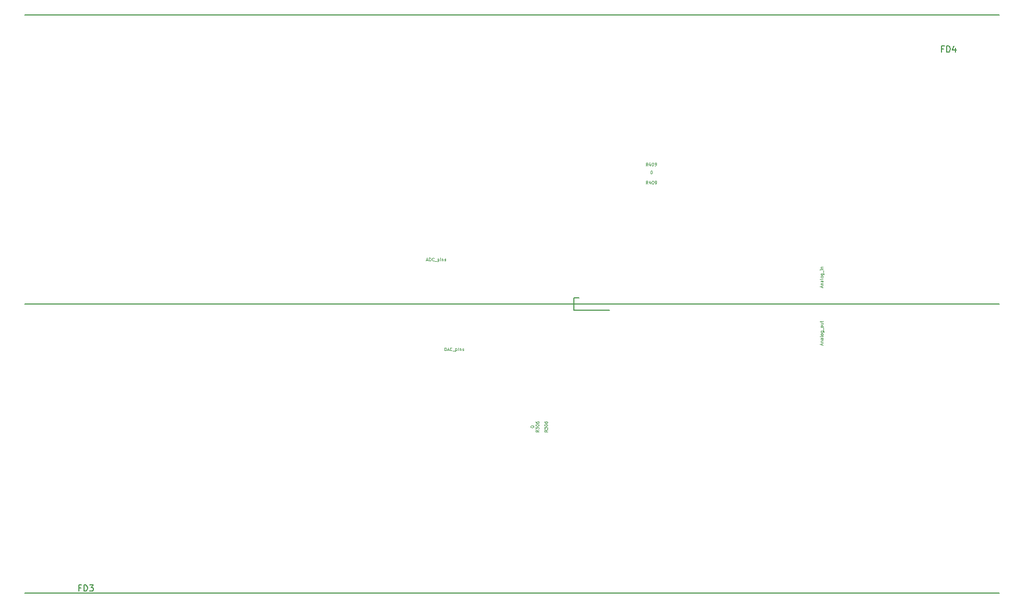
<source format=gbr>
G04 #@! TF.FileFunction,Drawing*
%FSLAX46Y46*%
G04 Gerber Fmt 4.6, Leading zero omitted, Abs format (unit mm)*
G04 Created by KiCad (PCBNEW no-vcs-found-product) date Mon Sep  4 09:08:35 2017*
%MOMM*%
%LPD*%
G01*
G04 APERTURE LIST*
%ADD10C,0.150000*%
%ADD11C,0.180000*%
%ADD12C,0.075000*%
G04 APERTURE END LIST*
D10*
D11*
X111510000Y-75680000D02*
X112290000Y-75680000D01*
X111510000Y-76680000D02*
X111510000Y-75680000D01*
X117340000Y-77680000D02*
X117340000Y-77690000D01*
X111510000Y-77680000D02*
X117340000Y-77680000D01*
X111510000Y-76680000D02*
X111510000Y-77680000D01*
X21336000Y-76682600D02*
X181330600Y-76682600D01*
D10*
X181336000Y-29170000D02*
X21336000Y-29170000D01*
X181336000Y-124170000D02*
X21336000Y-124170000D01*
D12*
X105716190Y-97379523D02*
X105478095Y-97546190D01*
X105716190Y-97665238D02*
X105216190Y-97665238D01*
X105216190Y-97474761D01*
X105240000Y-97427142D01*
X105263809Y-97403333D01*
X105311428Y-97379523D01*
X105382857Y-97379523D01*
X105430476Y-97403333D01*
X105454285Y-97427142D01*
X105478095Y-97474761D01*
X105478095Y-97665238D01*
X105216190Y-97212857D02*
X105216190Y-96903333D01*
X105406666Y-97070000D01*
X105406666Y-96998571D01*
X105430476Y-96950952D01*
X105454285Y-96927142D01*
X105501904Y-96903333D01*
X105620952Y-96903333D01*
X105668571Y-96927142D01*
X105692380Y-96950952D01*
X105716190Y-96998571D01*
X105716190Y-97141428D01*
X105692380Y-97189047D01*
X105668571Y-97212857D01*
X105216190Y-96593809D02*
X105216190Y-96546190D01*
X105240000Y-96498571D01*
X105263809Y-96474761D01*
X105311428Y-96450952D01*
X105406666Y-96427142D01*
X105525714Y-96427142D01*
X105620952Y-96450952D01*
X105668571Y-96474761D01*
X105692380Y-96498571D01*
X105716190Y-96546190D01*
X105716190Y-96593809D01*
X105692380Y-96641428D01*
X105668571Y-96665238D01*
X105620952Y-96689047D01*
X105525714Y-96712857D01*
X105406666Y-96712857D01*
X105311428Y-96689047D01*
X105263809Y-96665238D01*
X105240000Y-96641428D01*
X105216190Y-96593809D01*
X105216190Y-95998571D02*
X105216190Y-96093809D01*
X105240000Y-96141428D01*
X105263809Y-96165238D01*
X105335238Y-96212857D01*
X105430476Y-96236666D01*
X105620952Y-96236666D01*
X105668571Y-96212857D01*
X105692380Y-96189047D01*
X105716190Y-96141428D01*
X105716190Y-96046190D01*
X105692380Y-95998571D01*
X105668571Y-95974761D01*
X105620952Y-95950952D01*
X105501904Y-95950952D01*
X105454285Y-95974761D01*
X105430476Y-95998571D01*
X105406666Y-96046190D01*
X105406666Y-96141428D01*
X105430476Y-96189047D01*
X105454285Y-96212857D01*
X105501904Y-96236666D01*
X104356190Y-96833809D02*
X104356190Y-96786190D01*
X104380000Y-96738571D01*
X104403809Y-96714761D01*
X104451428Y-96690952D01*
X104546666Y-96667142D01*
X104665714Y-96667142D01*
X104760952Y-96690952D01*
X104808571Y-96714761D01*
X104832380Y-96738571D01*
X104856190Y-96786190D01*
X104856190Y-96833809D01*
X104832380Y-96881428D01*
X104808571Y-96905238D01*
X104760952Y-96929047D01*
X104665714Y-96952857D01*
X104546666Y-96952857D01*
X104451428Y-96929047D01*
X104403809Y-96905238D01*
X104380000Y-96881428D01*
X104356190Y-96833809D01*
X107126190Y-97369523D02*
X106888095Y-97536190D01*
X107126190Y-97655238D02*
X106626190Y-97655238D01*
X106626190Y-97464761D01*
X106650000Y-97417142D01*
X106673809Y-97393333D01*
X106721428Y-97369523D01*
X106792857Y-97369523D01*
X106840476Y-97393333D01*
X106864285Y-97417142D01*
X106888095Y-97464761D01*
X106888095Y-97655238D01*
X106626190Y-97202857D02*
X106626190Y-96893333D01*
X106816666Y-97060000D01*
X106816666Y-96988571D01*
X106840476Y-96940952D01*
X106864285Y-96917142D01*
X106911904Y-96893333D01*
X107030952Y-96893333D01*
X107078571Y-96917142D01*
X107102380Y-96940952D01*
X107126190Y-96988571D01*
X107126190Y-97131428D01*
X107102380Y-97179047D01*
X107078571Y-97202857D01*
X106626190Y-96583809D02*
X106626190Y-96536190D01*
X106650000Y-96488571D01*
X106673809Y-96464761D01*
X106721428Y-96440952D01*
X106816666Y-96417142D01*
X106935714Y-96417142D01*
X107030952Y-96440952D01*
X107078571Y-96464761D01*
X107102380Y-96488571D01*
X107126190Y-96536190D01*
X107126190Y-96583809D01*
X107102380Y-96631428D01*
X107078571Y-96655238D01*
X107030952Y-96679047D01*
X106935714Y-96702857D01*
X106816666Y-96702857D01*
X106721428Y-96679047D01*
X106673809Y-96655238D01*
X106650000Y-96631428D01*
X106626190Y-96583809D01*
X106626190Y-95988571D02*
X106626190Y-96083809D01*
X106650000Y-96131428D01*
X106673809Y-96155238D01*
X106745238Y-96202857D01*
X106840476Y-96226666D01*
X107030952Y-96226666D01*
X107078571Y-96202857D01*
X107102380Y-96179047D01*
X107126190Y-96131428D01*
X107126190Y-96036190D01*
X107102380Y-95988571D01*
X107078571Y-95964761D01*
X107030952Y-95940952D01*
X106911904Y-95940952D01*
X106864285Y-95964761D01*
X106840476Y-95988571D01*
X106816666Y-96036190D01*
X106816666Y-96131428D01*
X106840476Y-96179047D01*
X106864285Y-96202857D01*
X106911904Y-96226666D01*
X152223333Y-83390476D02*
X152223333Y-83152380D01*
X152366190Y-83438095D02*
X151866190Y-83271428D01*
X152366190Y-83104761D01*
X152032857Y-82938095D02*
X152366190Y-82938095D01*
X152080476Y-82938095D02*
X152056666Y-82914285D01*
X152032857Y-82866666D01*
X152032857Y-82795238D01*
X152056666Y-82747619D01*
X152104285Y-82723809D01*
X152366190Y-82723809D01*
X152366190Y-82271428D02*
X152104285Y-82271428D01*
X152056666Y-82295238D01*
X152032857Y-82342857D01*
X152032857Y-82438095D01*
X152056666Y-82485714D01*
X152342380Y-82271428D02*
X152366190Y-82319047D01*
X152366190Y-82438095D01*
X152342380Y-82485714D01*
X152294761Y-82509523D01*
X152247142Y-82509523D01*
X152199523Y-82485714D01*
X152175714Y-82438095D01*
X152175714Y-82319047D01*
X152151904Y-82271428D01*
X152366190Y-81961904D02*
X152342380Y-82009523D01*
X152294761Y-82033333D01*
X151866190Y-82033333D01*
X152366190Y-81700000D02*
X152342380Y-81747619D01*
X152318571Y-81771428D01*
X152270952Y-81795238D01*
X152128095Y-81795238D01*
X152080476Y-81771428D01*
X152056666Y-81747619D01*
X152032857Y-81700000D01*
X152032857Y-81628571D01*
X152056666Y-81580952D01*
X152080476Y-81557142D01*
X152128095Y-81533333D01*
X152270952Y-81533333D01*
X152318571Y-81557142D01*
X152342380Y-81580952D01*
X152366190Y-81628571D01*
X152366190Y-81700000D01*
X152032857Y-81104761D02*
X152437619Y-81104761D01*
X152485238Y-81128571D01*
X152509047Y-81152380D01*
X152532857Y-81200000D01*
X152532857Y-81271428D01*
X152509047Y-81319047D01*
X152342380Y-81104761D02*
X152366190Y-81152380D01*
X152366190Y-81247619D01*
X152342380Y-81295238D01*
X152318571Y-81319047D01*
X152270952Y-81342857D01*
X152128095Y-81342857D01*
X152080476Y-81319047D01*
X152056666Y-81295238D01*
X152032857Y-81247619D01*
X152032857Y-81152380D01*
X152056666Y-81104761D01*
X152413809Y-80985714D02*
X152413809Y-80604761D01*
X152366190Y-80414285D02*
X152342380Y-80461904D01*
X152318571Y-80485714D01*
X152270952Y-80509523D01*
X152128095Y-80509523D01*
X152080476Y-80485714D01*
X152056666Y-80461904D01*
X152032857Y-80414285D01*
X152032857Y-80342857D01*
X152056666Y-80295238D01*
X152080476Y-80271428D01*
X152128095Y-80247619D01*
X152270952Y-80247619D01*
X152318571Y-80271428D01*
X152342380Y-80295238D01*
X152366190Y-80342857D01*
X152366190Y-80414285D01*
X152032857Y-79819047D02*
X152366190Y-79819047D01*
X152032857Y-80033333D02*
X152294761Y-80033333D01*
X152342380Y-80009523D01*
X152366190Y-79961904D01*
X152366190Y-79890476D01*
X152342380Y-79842857D01*
X152318571Y-79819047D01*
X152032857Y-79652380D02*
X152032857Y-79461904D01*
X151866190Y-79580952D02*
X152294761Y-79580952D01*
X152342380Y-79557142D01*
X152366190Y-79509523D01*
X152366190Y-79461904D01*
X90230476Y-84326190D02*
X90230476Y-83826190D01*
X90349523Y-83826190D01*
X90420952Y-83850000D01*
X90468571Y-83897619D01*
X90492380Y-83945238D01*
X90516190Y-84040476D01*
X90516190Y-84111904D01*
X90492380Y-84207142D01*
X90468571Y-84254761D01*
X90420952Y-84302380D01*
X90349523Y-84326190D01*
X90230476Y-84326190D01*
X90706666Y-84183333D02*
X90944761Y-84183333D01*
X90659047Y-84326190D02*
X90825714Y-83826190D01*
X90992380Y-84326190D01*
X91444761Y-84278571D02*
X91420952Y-84302380D01*
X91349523Y-84326190D01*
X91301904Y-84326190D01*
X91230476Y-84302380D01*
X91182857Y-84254761D01*
X91159047Y-84207142D01*
X91135238Y-84111904D01*
X91135238Y-84040476D01*
X91159047Y-83945238D01*
X91182857Y-83897619D01*
X91230476Y-83850000D01*
X91301904Y-83826190D01*
X91349523Y-83826190D01*
X91420952Y-83850000D01*
X91444761Y-83873809D01*
X91540000Y-84373809D02*
X91920952Y-84373809D01*
X92040000Y-83992857D02*
X92040000Y-84492857D01*
X92040000Y-84016666D02*
X92087619Y-83992857D01*
X92182857Y-83992857D01*
X92230476Y-84016666D01*
X92254285Y-84040476D01*
X92278095Y-84088095D01*
X92278095Y-84230952D01*
X92254285Y-84278571D01*
X92230476Y-84302380D01*
X92182857Y-84326190D01*
X92087619Y-84326190D01*
X92040000Y-84302380D01*
X92492380Y-84326190D02*
X92492380Y-83992857D01*
X92492380Y-83826190D02*
X92468571Y-83850000D01*
X92492380Y-83873809D01*
X92516190Y-83850000D01*
X92492380Y-83826190D01*
X92492380Y-83873809D01*
X92730476Y-83992857D02*
X92730476Y-84326190D01*
X92730476Y-84040476D02*
X92754285Y-84016666D01*
X92801904Y-83992857D01*
X92873333Y-83992857D01*
X92920952Y-84016666D01*
X92944761Y-84064285D01*
X92944761Y-84326190D01*
X93159047Y-84302380D02*
X93206666Y-84326190D01*
X93301904Y-84326190D01*
X93349523Y-84302380D01*
X93373333Y-84254761D01*
X93373333Y-84230952D01*
X93349523Y-84183333D01*
X93301904Y-84159523D01*
X93230476Y-84159523D01*
X93182857Y-84135714D01*
X93159047Y-84088095D01*
X93159047Y-84064285D01*
X93182857Y-84016666D01*
X93230476Y-83992857D01*
X93301904Y-83992857D01*
X93349523Y-84016666D01*
X123620476Y-56926190D02*
X123453809Y-56688095D01*
X123334761Y-56926190D02*
X123334761Y-56426190D01*
X123525238Y-56426190D01*
X123572857Y-56450000D01*
X123596666Y-56473809D01*
X123620476Y-56521428D01*
X123620476Y-56592857D01*
X123596666Y-56640476D01*
X123572857Y-56664285D01*
X123525238Y-56688095D01*
X123334761Y-56688095D01*
X124049047Y-56592857D02*
X124049047Y-56926190D01*
X123930000Y-56402380D02*
X123810952Y-56759523D01*
X124120476Y-56759523D01*
X124406190Y-56426190D02*
X124453809Y-56426190D01*
X124501428Y-56450000D01*
X124525238Y-56473809D01*
X124549047Y-56521428D01*
X124572857Y-56616666D01*
X124572857Y-56735714D01*
X124549047Y-56830952D01*
X124525238Y-56878571D01*
X124501428Y-56902380D01*
X124453809Y-56926190D01*
X124406190Y-56926190D01*
X124358571Y-56902380D01*
X124334761Y-56878571D01*
X124310952Y-56830952D01*
X124287142Y-56735714D01*
X124287142Y-56616666D01*
X124310952Y-56521428D01*
X124334761Y-56473809D01*
X124358571Y-56450000D01*
X124406190Y-56426190D01*
X124810952Y-56926190D02*
X124906190Y-56926190D01*
X124953809Y-56902380D01*
X124977619Y-56878571D01*
X125025238Y-56807142D01*
X125049047Y-56711904D01*
X125049047Y-56521428D01*
X125025238Y-56473809D01*
X125001428Y-56450000D01*
X124953809Y-56426190D01*
X124858571Y-56426190D01*
X124810952Y-56450000D01*
X124787142Y-56473809D01*
X124763333Y-56521428D01*
X124763333Y-56640476D01*
X124787142Y-56688095D01*
X124810952Y-56711904D01*
X124858571Y-56735714D01*
X124953809Y-56735714D01*
X125001428Y-56711904D01*
X125025238Y-56688095D01*
X125049047Y-56640476D01*
X124176190Y-54776190D02*
X124223809Y-54776190D01*
X124271428Y-54800000D01*
X124295238Y-54823809D01*
X124319047Y-54871428D01*
X124342857Y-54966666D01*
X124342857Y-55085714D01*
X124319047Y-55180952D01*
X124295238Y-55228571D01*
X124271428Y-55252380D01*
X124223809Y-55276190D01*
X124176190Y-55276190D01*
X124128571Y-55252380D01*
X124104761Y-55228571D01*
X124080952Y-55180952D01*
X124057142Y-55085714D01*
X124057142Y-54966666D01*
X124080952Y-54871428D01*
X124104761Y-54823809D01*
X124128571Y-54800000D01*
X124176190Y-54776190D01*
X123600476Y-53946190D02*
X123433809Y-53708095D01*
X123314761Y-53946190D02*
X123314761Y-53446190D01*
X123505238Y-53446190D01*
X123552857Y-53470000D01*
X123576666Y-53493809D01*
X123600476Y-53541428D01*
X123600476Y-53612857D01*
X123576666Y-53660476D01*
X123552857Y-53684285D01*
X123505238Y-53708095D01*
X123314761Y-53708095D01*
X124029047Y-53612857D02*
X124029047Y-53946190D01*
X123910000Y-53422380D02*
X123790952Y-53779523D01*
X124100476Y-53779523D01*
X124386190Y-53446190D02*
X124433809Y-53446190D01*
X124481428Y-53470000D01*
X124505238Y-53493809D01*
X124529047Y-53541428D01*
X124552857Y-53636666D01*
X124552857Y-53755714D01*
X124529047Y-53850952D01*
X124505238Y-53898571D01*
X124481428Y-53922380D01*
X124433809Y-53946190D01*
X124386190Y-53946190D01*
X124338571Y-53922380D01*
X124314761Y-53898571D01*
X124290952Y-53850952D01*
X124267142Y-53755714D01*
X124267142Y-53636666D01*
X124290952Y-53541428D01*
X124314761Y-53493809D01*
X124338571Y-53470000D01*
X124386190Y-53446190D01*
X124790952Y-53946190D02*
X124886190Y-53946190D01*
X124933809Y-53922380D01*
X124957619Y-53898571D01*
X125005238Y-53827142D01*
X125029047Y-53731904D01*
X125029047Y-53541428D01*
X125005238Y-53493809D01*
X124981428Y-53470000D01*
X124933809Y-53446190D01*
X124838571Y-53446190D01*
X124790952Y-53470000D01*
X124767142Y-53493809D01*
X124743333Y-53541428D01*
X124743333Y-53660476D01*
X124767142Y-53708095D01*
X124790952Y-53731904D01*
X124838571Y-53755714D01*
X124933809Y-53755714D01*
X124981428Y-53731904D01*
X125005238Y-53708095D01*
X125029047Y-53660476D01*
X152223333Y-73940476D02*
X152223333Y-73702380D01*
X152366190Y-73988095D02*
X151866190Y-73821428D01*
X152366190Y-73654761D01*
X152032857Y-73488095D02*
X152366190Y-73488095D01*
X152080476Y-73488095D02*
X152056666Y-73464285D01*
X152032857Y-73416666D01*
X152032857Y-73345238D01*
X152056666Y-73297619D01*
X152104285Y-73273809D01*
X152366190Y-73273809D01*
X152366190Y-72821428D02*
X152104285Y-72821428D01*
X152056666Y-72845238D01*
X152032857Y-72892857D01*
X152032857Y-72988095D01*
X152056666Y-73035714D01*
X152342380Y-72821428D02*
X152366190Y-72869047D01*
X152366190Y-72988095D01*
X152342380Y-73035714D01*
X152294761Y-73059523D01*
X152247142Y-73059523D01*
X152199523Y-73035714D01*
X152175714Y-72988095D01*
X152175714Y-72869047D01*
X152151904Y-72821428D01*
X152366190Y-72511904D02*
X152342380Y-72559523D01*
X152294761Y-72583333D01*
X151866190Y-72583333D01*
X152366190Y-72250000D02*
X152342380Y-72297619D01*
X152318571Y-72321428D01*
X152270952Y-72345238D01*
X152128095Y-72345238D01*
X152080476Y-72321428D01*
X152056666Y-72297619D01*
X152032857Y-72250000D01*
X152032857Y-72178571D01*
X152056666Y-72130952D01*
X152080476Y-72107142D01*
X152128095Y-72083333D01*
X152270952Y-72083333D01*
X152318571Y-72107142D01*
X152342380Y-72130952D01*
X152366190Y-72178571D01*
X152366190Y-72250000D01*
X152032857Y-71654761D02*
X152437619Y-71654761D01*
X152485238Y-71678571D01*
X152509047Y-71702380D01*
X152532857Y-71750000D01*
X152532857Y-71821428D01*
X152509047Y-71869047D01*
X152342380Y-71654761D02*
X152366190Y-71702380D01*
X152366190Y-71797619D01*
X152342380Y-71845238D01*
X152318571Y-71869047D01*
X152270952Y-71892857D01*
X152128095Y-71892857D01*
X152080476Y-71869047D01*
X152056666Y-71845238D01*
X152032857Y-71797619D01*
X152032857Y-71702380D01*
X152056666Y-71654761D01*
X152413809Y-71535714D02*
X152413809Y-71154761D01*
X152366190Y-71035714D02*
X152032857Y-71035714D01*
X151866190Y-71035714D02*
X151890000Y-71059523D01*
X151913809Y-71035714D01*
X151890000Y-71011904D01*
X151866190Y-71035714D01*
X151913809Y-71035714D01*
X152032857Y-70797619D02*
X152366190Y-70797619D01*
X152080476Y-70797619D02*
X152056666Y-70773809D01*
X152032857Y-70726190D01*
X152032857Y-70654761D01*
X152056666Y-70607142D01*
X152104285Y-70583333D01*
X152366190Y-70583333D01*
X87256666Y-69433333D02*
X87494761Y-69433333D01*
X87209047Y-69576190D02*
X87375714Y-69076190D01*
X87542380Y-69576190D01*
X87709047Y-69576190D02*
X87709047Y-69076190D01*
X87828095Y-69076190D01*
X87899523Y-69100000D01*
X87947142Y-69147619D01*
X87970952Y-69195238D01*
X87994761Y-69290476D01*
X87994761Y-69361904D01*
X87970952Y-69457142D01*
X87947142Y-69504761D01*
X87899523Y-69552380D01*
X87828095Y-69576190D01*
X87709047Y-69576190D01*
X88494761Y-69528571D02*
X88470952Y-69552380D01*
X88399523Y-69576190D01*
X88351904Y-69576190D01*
X88280476Y-69552380D01*
X88232857Y-69504761D01*
X88209047Y-69457142D01*
X88185238Y-69361904D01*
X88185238Y-69290476D01*
X88209047Y-69195238D01*
X88232857Y-69147619D01*
X88280476Y-69100000D01*
X88351904Y-69076190D01*
X88399523Y-69076190D01*
X88470952Y-69100000D01*
X88494761Y-69123809D01*
X88590000Y-69623809D02*
X88970952Y-69623809D01*
X89090000Y-69242857D02*
X89090000Y-69742857D01*
X89090000Y-69266666D02*
X89137619Y-69242857D01*
X89232857Y-69242857D01*
X89280476Y-69266666D01*
X89304285Y-69290476D01*
X89328095Y-69338095D01*
X89328095Y-69480952D01*
X89304285Y-69528571D01*
X89280476Y-69552380D01*
X89232857Y-69576190D01*
X89137619Y-69576190D01*
X89090000Y-69552380D01*
X89542380Y-69576190D02*
X89542380Y-69242857D01*
X89542380Y-69076190D02*
X89518571Y-69100000D01*
X89542380Y-69123809D01*
X89566190Y-69100000D01*
X89542380Y-69076190D01*
X89542380Y-69123809D01*
X89780476Y-69242857D02*
X89780476Y-69576190D01*
X89780476Y-69290476D02*
X89804285Y-69266666D01*
X89851904Y-69242857D01*
X89923333Y-69242857D01*
X89970952Y-69266666D01*
X89994761Y-69314285D01*
X89994761Y-69576190D01*
X90209047Y-69552380D02*
X90256666Y-69576190D01*
X90351904Y-69576190D01*
X90399523Y-69552380D01*
X90423333Y-69504761D01*
X90423333Y-69480952D01*
X90399523Y-69433333D01*
X90351904Y-69409523D01*
X90280476Y-69409523D01*
X90232857Y-69385714D01*
X90209047Y-69338095D01*
X90209047Y-69314285D01*
X90232857Y-69266666D01*
X90280476Y-69242857D01*
X90351904Y-69242857D01*
X90399523Y-69266666D01*
D10*
X172166666Y-34758571D02*
X171833333Y-34758571D01*
X171833333Y-35282380D02*
X171833333Y-34282380D01*
X172309523Y-34282380D01*
X172690476Y-35282380D02*
X172690476Y-34282380D01*
X172928571Y-34282380D01*
X173071428Y-34330000D01*
X173166666Y-34425238D01*
X173214285Y-34520476D01*
X173261904Y-34710952D01*
X173261904Y-34853809D01*
X173214285Y-35044285D01*
X173166666Y-35139523D01*
X173071428Y-35234761D01*
X172928571Y-35282380D01*
X172690476Y-35282380D01*
X174119047Y-34615714D02*
X174119047Y-35282380D01*
X173880952Y-34234761D02*
X173642857Y-34949047D01*
X174261904Y-34949047D01*
X30506666Y-123328571D02*
X30173333Y-123328571D01*
X30173333Y-123852380D02*
X30173333Y-122852380D01*
X30649523Y-122852380D01*
X31030476Y-123852380D02*
X31030476Y-122852380D01*
X31268571Y-122852380D01*
X31411428Y-122900000D01*
X31506666Y-122995238D01*
X31554285Y-123090476D01*
X31601904Y-123280952D01*
X31601904Y-123423809D01*
X31554285Y-123614285D01*
X31506666Y-123709523D01*
X31411428Y-123804761D01*
X31268571Y-123852380D01*
X31030476Y-123852380D01*
X31935238Y-122852380D02*
X32554285Y-122852380D01*
X32220952Y-123233333D01*
X32363809Y-123233333D01*
X32459047Y-123280952D01*
X32506666Y-123328571D01*
X32554285Y-123423809D01*
X32554285Y-123661904D01*
X32506666Y-123757142D01*
X32459047Y-123804761D01*
X32363809Y-123852380D01*
X32078095Y-123852380D01*
X31982857Y-123804761D01*
X31935238Y-123757142D01*
M02*

</source>
